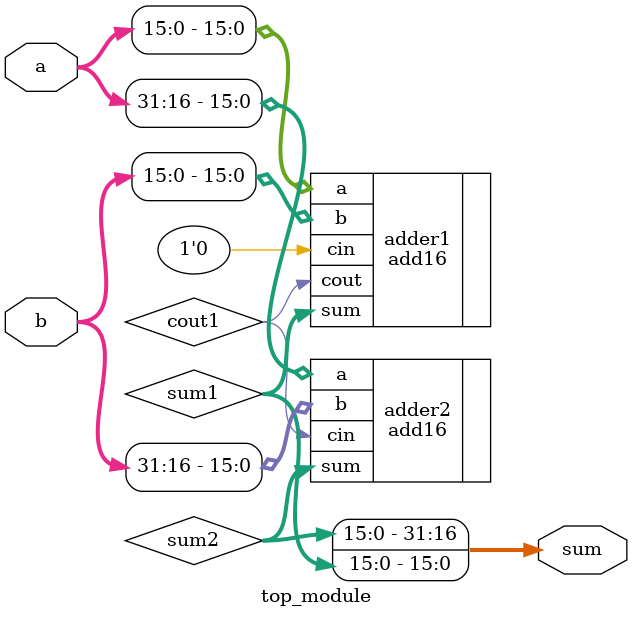
<source format=v>
module top_module(
    input [31:0] a,
    input [31:0] b,
    output [31:0] sum
);
    
    wire cout1;
    wire [15:0] sum1, sum2;
    
    add16 adder1(
        .a(a[15:0]),
        .b(b[15:0]),
        .cin(1'b0),
        .sum(sum1),
        .cout(cout1)
    );
    
    add16 adder2(
        .a(a[31:16]),
        .b(b[31:16]),
        .cin(cout1),
        .sum(sum2)
    );
    
    assign sum = {sum2[15:0], sum1[15:0]};

endmodule
</source>
